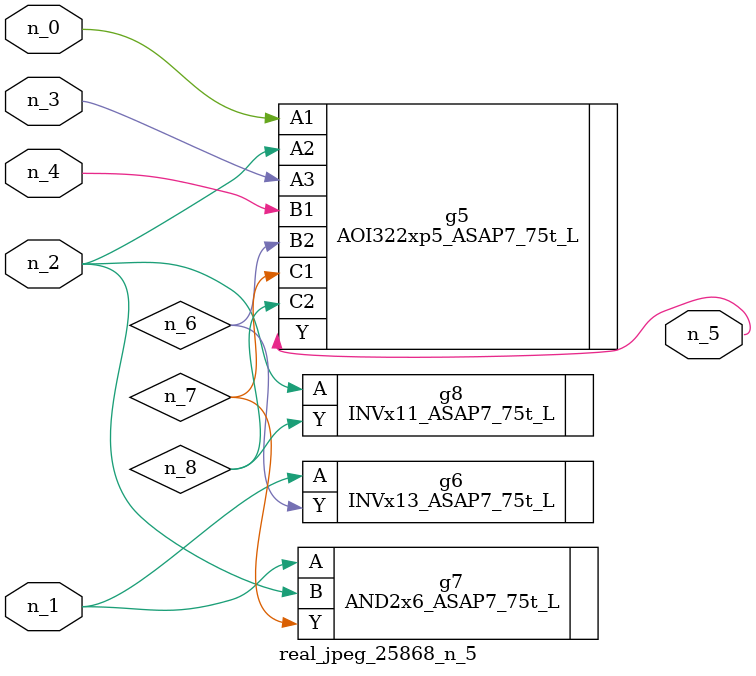
<source format=v>
module real_jpeg_25868_n_5 (n_4, n_0, n_1, n_2, n_3, n_5);

input n_4;
input n_0;
input n_1;
input n_2;
input n_3;

output n_5;

wire n_8;
wire n_6;
wire n_7;

AOI322xp5_ASAP7_75t_L g5 ( 
.A1(n_0),
.A2(n_2),
.A3(n_3),
.B1(n_4),
.B2(n_6),
.C1(n_7),
.C2(n_8),
.Y(n_5)
);

INVx13_ASAP7_75t_L g6 ( 
.A(n_1),
.Y(n_6)
);

AND2x6_ASAP7_75t_L g7 ( 
.A(n_1),
.B(n_2),
.Y(n_7)
);

INVx11_ASAP7_75t_L g8 ( 
.A(n_2),
.Y(n_8)
);


endmodule
</source>
